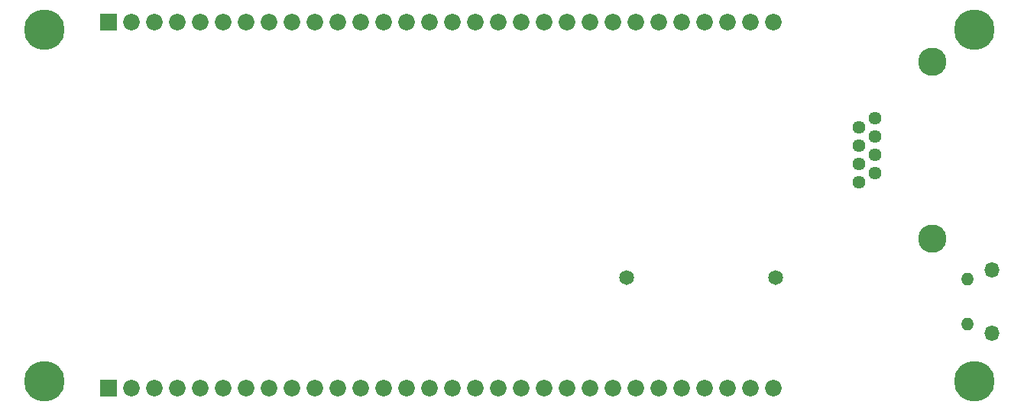
<source format=gbr>
G04 #@! TF.GenerationSoftware,KiCad,Pcbnew,(2018-01-10 revision 7e6a654)-master*
G04 #@! TF.CreationDate,2018-02-04T00:48:26+01:00*
G04 #@! TF.ProjectId,jiffy,6A696666792E6B696361645F70636200,rev?*
G04 #@! TF.SameCoordinates,Original*
G04 #@! TF.FileFunction,Soldermask,Bot*
G04 #@! TF.FilePolarity,Negative*
%FSLAX46Y46*%
G04 Gerber Fmt 4.6, Leading zero omitted, Abs format (unit mm)*
G04 Created by KiCad (PCBNEW (2018-01-10 revision 7e6a654)-master) date 2018 February 04, Sunday 00:48:26*
%MOMM*%
%LPD*%
G01*
G04 APERTURE LIST*
%ADD10C,1.640000*%
%ADD11O,1.690000X1.690000*%
%ADD12O,1.390000X1.390000*%
%ADD13C,1.440000*%
%ADD14C,3.140000*%
%ADD15R,1.840000X1.840000*%
%ADD16O,1.840000X1.840000*%
%ADD17C,4.500000*%
G04 APERTURE END LIST*
D10*
X158945000Y-99500000D03*
X175455000Y-99500000D03*
D11*
X199450000Y-98700000D03*
X199450000Y-105700000D03*
D12*
X196750000Y-99700000D03*
X196750000Y-104700000D03*
D13*
X186490000Y-81830000D03*
X184710000Y-82850000D03*
X186490000Y-83870000D03*
X184710000Y-84890000D03*
X186490000Y-85910000D03*
X184710000Y-86930000D03*
X186490000Y-87950000D03*
X184710000Y-88970000D03*
D14*
X192800000Y-75600000D03*
X192800000Y-95200000D03*
D15*
X101600000Y-71120000D03*
D16*
X104140000Y-71120000D03*
X106680000Y-71120000D03*
X109220000Y-71120000D03*
X111760000Y-71120000D03*
X114300000Y-71120000D03*
X116840000Y-71120000D03*
X119380000Y-71120000D03*
X121920000Y-71120000D03*
X124460000Y-71120000D03*
X127000000Y-71120000D03*
X129540000Y-71120000D03*
X132080000Y-71120000D03*
X134620000Y-71120000D03*
X137160000Y-71120000D03*
X139700000Y-71120000D03*
X142240000Y-71120000D03*
X144780000Y-71120000D03*
X147320000Y-71120000D03*
X149860000Y-71120000D03*
X152400000Y-71120000D03*
X154940000Y-71120000D03*
X157480000Y-71120000D03*
X160020000Y-71120000D03*
X162560000Y-71120000D03*
X165100000Y-71120000D03*
X167640000Y-71120000D03*
X170180000Y-71120000D03*
X172720000Y-71120000D03*
X175260000Y-71120000D03*
X175260000Y-111760000D03*
X172720000Y-111760000D03*
X170180000Y-111760000D03*
X167640000Y-111760000D03*
X165100000Y-111760000D03*
X162560000Y-111760000D03*
X160020000Y-111760000D03*
X157480000Y-111760000D03*
X154940000Y-111760000D03*
X152400000Y-111760000D03*
X149860000Y-111760000D03*
X147320000Y-111760000D03*
X144780000Y-111760000D03*
X142240000Y-111760000D03*
X139700000Y-111760000D03*
X137160000Y-111760000D03*
X134620000Y-111760000D03*
X132080000Y-111760000D03*
X129540000Y-111760000D03*
X127000000Y-111760000D03*
X124460000Y-111760000D03*
X121920000Y-111760000D03*
X119380000Y-111760000D03*
X116840000Y-111760000D03*
X114300000Y-111760000D03*
X111760000Y-111760000D03*
X109220000Y-111760000D03*
X106680000Y-111760000D03*
X104140000Y-111760000D03*
D15*
X101600000Y-111760000D03*
D17*
X94500000Y-72000000D03*
X94500000Y-111000000D03*
X197500000Y-72000000D03*
X197500000Y-111000000D03*
M02*

</source>
